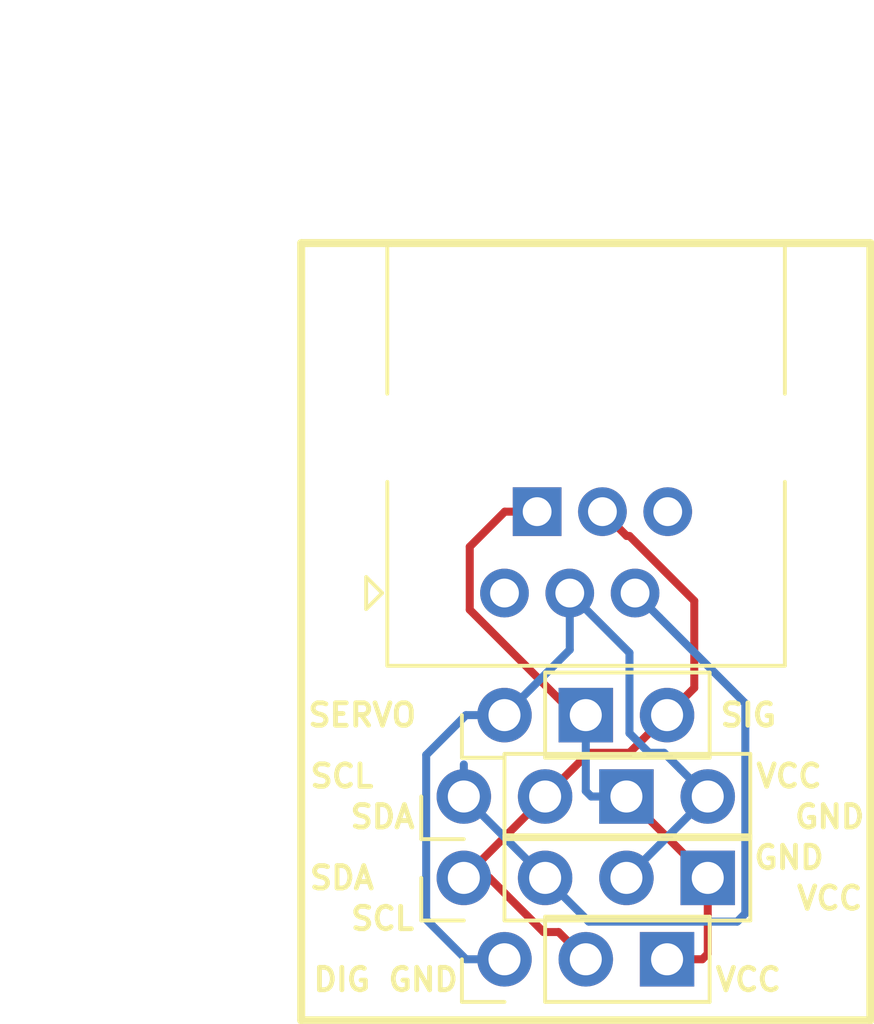
<source format=kicad_pcb>
(kicad_pcb (version 20171130) (host pcbnew 5.1.5+dfsg1-2build2)

  (general
    (thickness 1.6)
    (drawings 19)
    (tracks 48)
    (zones 0)
    (modules 5)
    (nets 5)
  )

  (page A4)
  (layers
    (0 F.Cu signal)
    (31 B.Cu signal)
    (32 B.Adhes user)
    (33 F.Adhes user)
    (34 B.Paste user)
    (35 F.Paste user)
    (36 B.SilkS user)
    (37 F.SilkS user)
    (38 B.Mask user)
    (39 F.Mask user)
    (40 Dwgs.User user)
    (41 Cmts.User user)
    (42 Eco1.User user)
    (43 Eco2.User user)
    (44 Edge.Cuts user)
    (45 Margin user)
    (46 B.CrtYd user)
    (47 F.CrtYd user)
    (48 B.Fab user)
    (49 F.Fab user hide)
  )

  (setup
    (last_trace_width 0.25)
    (trace_clearance 0.2)
    (zone_clearance 0.508)
    (zone_45_only no)
    (trace_min 0.2)
    (via_size 0.8)
    (via_drill 0.4)
    (via_min_size 0.4)
    (via_min_drill 0.3)
    (uvia_size 0.3)
    (uvia_drill 0.1)
    (uvias_allowed no)
    (uvia_min_size 0.2)
    (uvia_min_drill 0.1)
    (edge_width 0.05)
    (segment_width 0.2)
    (pcb_text_width 0.3)
    (pcb_text_size 1.5 1.5)
    (mod_edge_width 0.12)
    (mod_text_size 1 1)
    (mod_text_width 0.15)
    (pad_size 1.7 1.7)
    (pad_drill 1)
    (pad_to_mask_clearance 0.051)
    (solder_mask_min_width 0.25)
    (aux_axis_origin 0 0)
    (visible_elements FFFFFF7F)
    (pcbplotparams
      (layerselection 0x010fc_ffffffff)
      (usegerberextensions false)
      (usegerberattributes false)
      (usegerberadvancedattributes false)
      (creategerberjobfile false)
      (excludeedgelayer true)
      (linewidth 0.100000)
      (plotframeref false)
      (viasonmask false)
      (mode 1)
      (useauxorigin false)
      (hpglpennumber 1)
      (hpglpenspeed 20)
      (hpglpendiameter 15.000000)
      (psnegative false)
      (psa4output false)
      (plotreference true)
      (plotvalue true)
      (plotinvisibletext false)
      (padsonsilk false)
      (subtractmaskfromsilk false)
      (outputformat 1)
      (mirror false)
      (drillshape 0)
      (scaleselection 1)
      (outputdirectory ""))
  )

  (net 0 "")
  (net 1 /D0)
  (net 2 /A0)
  (net 3 /GND)
  (net 4 /VCC)

  (net_class Default "Esta es la clase de red por defecto."
    (clearance 0.2)
    (trace_width 0.25)
    (via_dia 0.8)
    (via_drill 0.4)
    (uvia_dia 0.3)
    (uvia_drill 0.1)
    (add_net /A0)
    (add_net /D0)
    (add_net /GND)
    (add_net /VCC)
  )

  (module Connector_RJ:RJ25_Wayconn_MJEA-660X1_Horizontal (layer F.Cu) (tedit 5F5A5C03) (tstamp 5F581B7E)
    (at 115.57 95.25 180)
    (descr "RJ25 6P6C Socket 90 degrees, https://wayconn.com/wp-content/themes/way/datasheet/MJEA-660X1XXX_RJ25_6P6C_PCB_RA.pdf")
    (tags "RJ12 RJ18 RJ25 jack connector 6P6C")
    (path /5F610ACD)
    (fp_text reference J1 (at -6.985 -3.175) (layer F.SilkS) hide
      (effects (font (size 1 1) (thickness 0.15)))
    )
    (fp_text value RJ9 (at -2.55 12.315) (layer F.Fab)
      (effects (font (size 1 1) (thickness 0.15)))
    )
    (fp_line (start 4.32 -0.5) (end 4.32 0.5) (layer F.SilkS) (width 0.12))
    (fp_line (start 4.32 -0.5) (end 3.82 0) (layer F.SilkS) (width 0.12))
    (fp_line (start 3.82 0) (end 4.32 0.5) (layer F.SilkS) (width 0.12))
    (fp_line (start 3.05 0) (end 3.55 0.5) (layer F.Fab) (width 0.1))
    (fp_line (start 3.55 -0.5) (end 3.05 0) (layer F.Fab) (width 0.1))
    (fp_line (start 3.55 -2.16) (end 3.55 -0.5) (layer F.Fab) (width 0.1))
    (fp_line (start 3.55 0.5) (end 3.55 3.47) (layer F.Fab) (width 0.1))
    (fp_line (start -8.65 -2.16) (end 3.55 -2.16) (layer F.Fab) (width 0.1))
    (fp_line (start -8.65 6.22) (end -8.65 10.84) (layer F.Fab) (width 0.1))
    (fp_line (start 3.55 6.22) (end 3.55 10.84) (layer F.Fab) (width 0.1))
    (fp_line (start -8.65 10.84) (end 3.55 10.84) (layer F.Fab) (width 0.1))
    (fp_line (start -8.65 -2.16) (end -8.65 3.47) (layer F.Fab) (width 0.1))
    (fp_text user %R (at -2.55 4.445) (layer F.Fab)
      (effects (font (size 1 1) (thickness 0.15)))
    )
    (fp_line (start 5.1 11.34) (end -10.2 11.34) (layer F.CrtYd) (width 0.05))
    (fp_line (start 5.1 11.34) (end 5.1 -2.66) (layer F.CrtYd) (width 0.05))
    (fp_line (start -10.2 -2.66) (end -10.2 11.34) (layer F.CrtYd) (width 0.05))
    (fp_line (start -10.2 -2.66) (end 5.1 -2.66) (layer F.CrtYd) (width 0.05))
    (fp_line (start 3.66 6.22) (end 3.66 10.95) (layer F.SilkS) (width 0.12))
    (fp_line (start -8.76 6.22) (end -8.76 10.95) (layer F.SilkS) (width 0.12))
    (fp_line (start -8.76 -2.27) (end 3.66 -2.27) (layer F.SilkS) (width 0.12))
    (fp_line (start -8.76 10.95) (end 3.66 10.95) (layer F.SilkS) (width 0.12))
    (fp_line (start 3.66 -2.27) (end 3.66 3.47) (layer F.SilkS) (width 0.12))
    (fp_line (start -8.76 -2.27) (end -8.76 3.47) (layer F.SilkS) (width 0.12))
    (pad "" np_thru_hole circle (at -8.55 4.84 180) (size 2.3 2.3) (drill 2.3) (layers *.Cu *.Mask))
    (pad "" np_thru_hole circle (at 3.45 4.84 180) (size 2.3 2.3) (drill 2.3) (layers *.Cu *.Mask))
    (pad 6 thru_hole circle (at -5.1 2.54 180) (size 1.52 1.52) (drill 0.9) (layers *.Cu *.Mask))
    (pad 5 thru_hole circle (at -4.08 0 180) (size 1.52 1.52) (drill 0.9) (layers *.Cu *.Mask)
      (net 2 /A0))
    (pad 4 thru_hole circle (at -3.06 2.54 180) (size 1.52 1.52) (drill 0.9) (layers *.Cu *.Mask)
      (net 1 /D0))
    (pad 3 thru_hole circle (at -2.04 0 180) (size 1.52 1.52) (drill 0.9) (layers *.Cu *.Mask)
      (net 3 /GND))
    (pad 2 thru_hole rect (at -1.02 2.54 180) (size 1.52 1.52) (drill 0.9) (layers *.Cu *.Mask)
      (net 4 /VCC))
    (pad 1 thru_hole oval (at 0 0 180) (size 1.52 1.52) (drill 0.9) (layers *.Cu *.Mask))
    (model ${KISYS3DMOD}/Connector_RJ.3dshapes/RJ25_Wayconn_MJEA-660X1_Horizontal.wrl
      (at (xyz 0 0 0))
      (scale (xyz 1 1 1))
      (rotate (xyz 0 0 0))
    )
  )

  (module Connector_PinHeader_2.54mm:PinHeader_1x03_P2.54mm_Vertical (layer F.Cu) (tedit 5F5A5C25) (tstamp 5F5A5FCE)
    (at 115.57 106.68 90)
    (descr "Through hole straight pin header, 1x03, 2.54mm pitch, single row")
    (tags "Through hole pin header THT 1x03 2.54mm single row")
    (path /5F5B3CE9)
    (fp_text reference J5 (at 0 -2.33 90) (layer F.SilkS) hide
      (effects (font (size 1 1) (thickness 0.15)))
    )
    (fp_text value Digital (at 0 7.41 90) (layer F.Fab)
      (effects (font (size 1 1) (thickness 0.15)))
    )
    (fp_text user %R (at 0 2.54) (layer F.Fab)
      (effects (font (size 1 1) (thickness 0.15)))
    )
    (fp_line (start 1.8 -1.8) (end -1.8 -1.8) (layer F.CrtYd) (width 0.05))
    (fp_line (start 1.8 6.85) (end 1.8 -1.8) (layer F.CrtYd) (width 0.05))
    (fp_line (start -1.8 6.85) (end 1.8 6.85) (layer F.CrtYd) (width 0.05))
    (fp_line (start -1.8 -1.8) (end -1.8 6.85) (layer F.CrtYd) (width 0.05))
    (fp_line (start -1.33 -1.33) (end 0 -1.33) (layer F.SilkS) (width 0.12))
    (fp_line (start -1.33 0) (end -1.33 -1.33) (layer F.SilkS) (width 0.12))
    (fp_line (start -1.33 1.27) (end 1.33 1.27) (layer F.SilkS) (width 0.12))
    (fp_line (start 1.33 1.27) (end 1.33 6.41) (layer F.SilkS) (width 0.12))
    (fp_line (start -1.33 1.27) (end -1.33 6.41) (layer F.SilkS) (width 0.12))
    (fp_line (start -1.33 6.41) (end 1.33 6.41) (layer F.SilkS) (width 0.12))
    (fp_line (start -1.27 -0.635) (end -0.635 -1.27) (layer F.Fab) (width 0.1))
    (fp_line (start -1.27 6.35) (end -1.27 -0.635) (layer F.Fab) (width 0.1))
    (fp_line (start 1.27 6.35) (end -1.27 6.35) (layer F.Fab) (width 0.1))
    (fp_line (start 1.27 -1.27) (end 1.27 6.35) (layer F.Fab) (width 0.1))
    (fp_line (start -0.635 -1.27) (end 1.27 -1.27) (layer F.Fab) (width 0.1))
    (pad 3 thru_hole rect (at 0 5.08 90) (size 1.7 1.7) (drill 1) (layers *.Cu *.Mask)
      (net 4 /VCC))
    (pad 2 thru_hole oval (at 0 2.54 90) (size 1.7 1.7) (drill 1) (layers *.Cu *.Mask)
      (net 1 /D0))
    (pad 1 thru_hole oval (at 0 0 90) (size 1.7 1.7) (drill 1) (layers *.Cu *.Mask)
      (net 3 /GND))
    (model ${KISYS3DMOD}/Connector_PinHeader_2.54mm.3dshapes/PinHeader_1x03_P2.54mm_Vertical.wrl
      (at (xyz 0 0 0))
      (scale (xyz 1 1 1))
      (rotate (xyz 0 0 0))
    )
  )

  (module Connector_PinHeader_2.54mm:PinHeader_1x03_P2.54mm_Vertical (layer F.Cu) (tedit 5F5A5C31) (tstamp 5F5A5FB7)
    (at 115.57 99.06 90)
    (descr "Through hole straight pin header, 1x03, 2.54mm pitch, single row")
    (tags "Through hole pin header THT 1x03 2.54mm single row")
    (path /5F5B378D)
    (fp_text reference J4 (at 0 -2.33 90) (layer F.SilkS) hide
      (effects (font (size 1 1) (thickness 0.15)))
    )
    (fp_text value Servo (at 0 7.41 90) (layer F.Fab)
      (effects (font (size 1 1) (thickness 0.15)))
    )
    (fp_text user %R (at 0 2.54) (layer F.Fab)
      (effects (font (size 1 1) (thickness 0.15)))
    )
    (fp_line (start 1.8 -1.8) (end -1.8 -1.8) (layer F.CrtYd) (width 0.05))
    (fp_line (start 1.8 6.85) (end 1.8 -1.8) (layer F.CrtYd) (width 0.05))
    (fp_line (start -1.8 6.85) (end 1.8 6.85) (layer F.CrtYd) (width 0.05))
    (fp_line (start -1.8 -1.8) (end -1.8 6.85) (layer F.CrtYd) (width 0.05))
    (fp_line (start -1.33 -1.33) (end 0 -1.33) (layer F.SilkS) (width 0.12))
    (fp_line (start -1.33 0) (end -1.33 -1.33) (layer F.SilkS) (width 0.12))
    (fp_line (start -1.33 1.27) (end 1.33 1.27) (layer F.SilkS) (width 0.12))
    (fp_line (start 1.33 1.27) (end 1.33 6.41) (layer F.SilkS) (width 0.12))
    (fp_line (start -1.33 1.27) (end -1.33 6.41) (layer F.SilkS) (width 0.12))
    (fp_line (start -1.33 6.41) (end 1.33 6.41) (layer F.SilkS) (width 0.12))
    (fp_line (start -1.27 -0.635) (end -0.635 -1.27) (layer F.Fab) (width 0.1))
    (fp_line (start -1.27 6.35) (end -1.27 -0.635) (layer F.Fab) (width 0.1))
    (fp_line (start 1.27 6.35) (end -1.27 6.35) (layer F.Fab) (width 0.1))
    (fp_line (start 1.27 -1.27) (end 1.27 6.35) (layer F.Fab) (width 0.1))
    (fp_line (start -0.635 -1.27) (end 1.27 -1.27) (layer F.Fab) (width 0.1))
    (pad 3 thru_hole oval (at 0 5.08 90) (size 1.7 1.7) (drill 1) (layers *.Cu *.Mask)
      (net 1 /D0))
    (pad 2 thru_hole rect (at 0 2.54 90) (size 1.7 1.7) (drill 1) (layers *.Cu *.Mask)
      (net 4 /VCC))
    (pad 1 thru_hole oval (at 0 0 90) (size 1.7 1.7) (drill 1) (layers *.Cu *.Mask)
      (net 3 /GND))
    (model ${KISYS3DMOD}/Connector_PinHeader_2.54mm.3dshapes/PinHeader_1x03_P2.54mm_Vertical.wrl
      (at (xyz 0 0 0))
      (scale (xyz 1 1 1))
      (rotate (xyz 0 0 0))
    )
  )

  (module Connector_PinHeader_2.54mm:PinHeader_1x04_P2.54mm_Vertical (layer F.Cu) (tedit 5F5A5C1B) (tstamp 5F58273A)
    (at 114.3 104.14 90)
    (descr "Through hole straight pin header, 1x04, 2.54mm pitch, single row")
    (tags "Through hole pin header THT 1x04 2.54mm single row")
    (path /5F611EE7)
    (fp_text reference J2 (at 0 -2.33 90) (layer F.SilkS) hide
      (effects (font (size 1 1) (thickness 0.15)))
    )
    (fp_text value Conn_01x04 (at 0 9.95 90) (layer F.Fab)
      (effects (font (size 1 1) (thickness 0.15)))
    )
    (fp_text user %R (at 0 3.81) (layer F.Fab)
      (effects (font (size 1 1) (thickness 0.15)))
    )
    (fp_line (start 1.8 -1.8) (end -1.8 -1.8) (layer F.CrtYd) (width 0.05))
    (fp_line (start 1.8 9.4) (end 1.8 -1.8) (layer F.CrtYd) (width 0.05))
    (fp_line (start -1.8 9.4) (end 1.8 9.4) (layer F.CrtYd) (width 0.05))
    (fp_line (start -1.8 -1.8) (end -1.8 9.4) (layer F.CrtYd) (width 0.05))
    (fp_line (start -1.33 -1.33) (end 0 -1.33) (layer F.SilkS) (width 0.12))
    (fp_line (start -1.33 0) (end -1.33 -1.33) (layer F.SilkS) (width 0.12))
    (fp_line (start -1.33 1.27) (end 1.33 1.27) (layer F.SilkS) (width 0.12))
    (fp_line (start 1.33 1.27) (end 1.33 8.95) (layer F.SilkS) (width 0.12))
    (fp_line (start -1.33 1.27) (end -1.33 8.95) (layer F.SilkS) (width 0.12))
    (fp_line (start -1.33 8.95) (end 1.33 8.95) (layer F.SilkS) (width 0.12))
    (fp_line (start -1.27 -0.635) (end -0.635 -1.27) (layer F.Fab) (width 0.1))
    (fp_line (start -1.27 8.89) (end -1.27 -0.635) (layer F.Fab) (width 0.1))
    (fp_line (start 1.27 8.89) (end -1.27 8.89) (layer F.Fab) (width 0.1))
    (fp_line (start 1.27 -1.27) (end 1.27 8.89) (layer F.Fab) (width 0.1))
    (fp_line (start -0.635 -1.27) (end 1.27 -1.27) (layer F.Fab) (width 0.1))
    (pad 4 thru_hole rect (at 0 7.62 90) (size 1.7 1.7) (drill 1) (layers *.Cu *.Mask)
      (net 4 /VCC))
    (pad 3 thru_hole oval (at 0 5.08 90) (size 1.7 1.7) (drill 1) (layers *.Cu *.Mask)
      (net 3 /GND))
    (pad 2 thru_hole oval (at 0 2.54 90) (size 1.7 1.7) (drill 1) (layers *.Cu *.Mask)
      (net 2 /A0))
    (pad 1 thru_hole circle (at 0 0 90) (size 1.7 1.7) (drill 1) (layers *.Cu *.Mask)
      (net 1 /D0))
    (model ${KISYS3DMOD}/Connector_PinHeader_2.54mm.3dshapes/PinHeader_1x04_P2.54mm_Vertical.wrl
      (at (xyz 0 0 0))
      (scale (xyz 1 1 1))
      (rotate (xyz 0 0 0))
    )
  )

  (module Connector_PinHeader_2.54mm:PinHeader_1x04_P2.54mm_Vertical (layer F.Cu) (tedit 5F5A5C13) (tstamp 5F582A1F)
    (at 114.3 101.6 90)
    (descr "Through hole straight pin header, 1x04, 2.54mm pitch, single row")
    (tags "Through hole pin header THT 1x04 2.54mm single row")
    (path /5F618156)
    (fp_text reference J3 (at 0 -2.33 90) (layer F.SilkS) hide
      (effects (font (size 1 1) (thickness 0.15)))
    )
    (fp_text value Conn_01x04 (at 0 9.95 90) (layer F.Fab)
      (effects (font (size 1 1) (thickness 0.15)))
    )
    (fp_text user %R (at 0 3.81) (layer F.Fab)
      (effects (font (size 1 1) (thickness 0.15)))
    )
    (fp_line (start 1.8 -1.8) (end -1.8 -1.8) (layer F.CrtYd) (width 0.05))
    (fp_line (start 1.8 9.4) (end 1.8 -1.8) (layer F.CrtYd) (width 0.05))
    (fp_line (start -1.8 9.4) (end 1.8 9.4) (layer F.CrtYd) (width 0.05))
    (fp_line (start -1.8 -1.8) (end -1.8 9.4) (layer F.CrtYd) (width 0.05))
    (fp_line (start -1.33 -1.33) (end 0 -1.33) (layer F.SilkS) (width 0.12))
    (fp_line (start -1.33 0) (end -1.33 -1.33) (layer F.SilkS) (width 0.12))
    (fp_line (start -1.33 1.27) (end 1.33 1.27) (layer F.SilkS) (width 0.12))
    (fp_line (start 1.33 1.27) (end 1.33 8.95) (layer F.SilkS) (width 0.12))
    (fp_line (start -1.33 1.27) (end -1.33 8.95) (layer F.SilkS) (width 0.12))
    (fp_line (start -1.33 8.95) (end 1.33 8.95) (layer F.SilkS) (width 0.12))
    (fp_line (start -1.27 -0.635) (end -0.635 -1.27) (layer F.Fab) (width 0.1))
    (fp_line (start -1.27 8.89) (end -1.27 -0.635) (layer F.Fab) (width 0.1))
    (fp_line (start 1.27 8.89) (end -1.27 8.89) (layer F.Fab) (width 0.1))
    (fp_line (start 1.27 -1.27) (end 1.27 8.89) (layer F.Fab) (width 0.1))
    (fp_line (start -0.635 -1.27) (end 1.27 -1.27) (layer F.Fab) (width 0.1))
    (pad 4 thru_hole oval (at 0 7.62 90) (size 1.7 1.7) (drill 1) (layers *.Cu *.Mask)
      (net 3 /GND))
    (pad 3 thru_hole rect (at 0 5.08 90) (size 1.7 1.7) (drill 1) (layers *.Cu *.Mask)
      (net 4 /VCC))
    (pad 2 thru_hole oval (at 0 2.54 90) (size 1.7 1.7) (drill 1) (layers *.Cu *.Mask)
      (net 1 /D0))
    (pad 1 thru_hole circle (at 0 0 90) (size 1.7 1.7) (drill 1) (layers *.Cu *.Mask)
      (net 2 /A0))
    (model ${KISYS3DMOD}/Connector_PinHeader_2.54mm.3dshapes/PinHeader_1x04_P2.54mm_Vertical.wrl
      (at (xyz 0 0 0))
      (scale (xyz 1 1 1))
      (rotate (xyz 0 0 0))
    )
  )

  (gr_text DIG (at 110.49 107.315) (layer F.SilkS) (tstamp 5F5A635F)
    (effects (font (size 0.7 0.7) (thickness 0.15)))
  )
  (gr_text SERVO (at 111.125 99.06) (layer F.SilkS) (tstamp 5F5A635B)
    (effects (font (size 0.7 0.7) (thickness 0.15)))
  )
  (gr_text SIG (at 123.19 99.06) (layer F.SilkS) (tstamp 5F5A6356)
    (effects (font (size 0.7 0.7) (thickness 0.15)))
  )
  (gr_text VCC (at 123.19 107.315) (layer F.SilkS) (tstamp 5F5A6353)
    (effects (font (size 0.7 0.7) (thickness 0.15)))
  )
  (gr_text GND (at 113.03 107.315) (layer F.SilkS) (tstamp 5F5A6350)
    (effects (font (size 0.7 0.7) (thickness 0.15)))
  )
  (gr_text SCL (at 110.49 100.965) (layer F.SilkS) (tstamp 5F583E90)
    (effects (font (size 0.7 0.7) (thickness 0.15)))
  )
  (gr_text SDA (at 111.76 102.235) (layer F.SilkS) (tstamp 5F583E8C)
    (effects (font (size 0.7 0.7) (thickness 0.15)))
  )
  (dimension 17.78 (width 0.15) (layer Dwgs.User)
    (gr_text "17,780 mm" (at 118.11 77.44) (layer Dwgs.User)
      (effects (font (size 1 1) (thickness 0.15)))
    )
    (feature1 (pts (xy 127 81.28) (xy 127 78.153579)))
    (feature2 (pts (xy 109.22 81.28) (xy 109.22 78.153579)))
    (crossbar (pts (xy 109.22 78.74) (xy 127 78.74)))
    (arrow1a (pts (xy 127 78.74) (xy 125.873496 79.326421)))
    (arrow1b (pts (xy 127 78.74) (xy 125.873496 78.153579)))
    (arrow2a (pts (xy 109.22 78.74) (xy 110.346504 79.326421)))
    (arrow2b (pts (xy 109.22 78.74) (xy 110.346504 78.153579)))
  )
  (dimension 24.765 (width 0.15) (layer Dwgs.User)
    (gr_text "24,765 mm" (at 106.075 96.2025 270) (layer Dwgs.User)
      (effects (font (size 1 1) (thickness 0.15)))
    )
    (feature1 (pts (xy 103.355097 108.585) (xy 105.361421 108.585)))
    (feature2 (pts (xy 103.355097 83.82) (xy 105.361421 83.82)))
    (crossbar (pts (xy 104.775 83.82) (xy 104.775 108.585)))
    (arrow1a (pts (xy 104.775 108.585) (xy 104.188579 107.458496)))
    (arrow1b (pts (xy 104.775 108.585) (xy 105.361421 107.458496)))
    (arrow2a (pts (xy 104.775 83.82) (xy 104.188579 84.946504)))
    (arrow2b (pts (xy 104.775 83.82) (xy 105.361421 84.946504)))
  )
  (gr_text GND (at 125.73 102.235) (layer F.SilkS) (tstamp 5F582892)
    (effects (font (size 0.7 0.7) (thickness 0.15)))
  )
  (gr_text VCC (at 124.46 100.965) (layer F.SilkS) (tstamp 5F582890)
    (effects (font (size 0.7 0.7) (thickness 0.15)))
  )
  (gr_text VCC (at 125.73 104.775) (layer F.SilkS) (tstamp 5F582888)
    (effects (font (size 0.7 0.7) (thickness 0.15)))
  )
  (gr_text GND (at 124.46 103.505) (layer F.SilkS) (tstamp 5F582886)
    (effects (font (size 0.7 0.7) (thickness 0.15)))
  )
  (gr_text SDA (at 110.49 104.14) (layer F.SilkS) (tstamp 5F582884)
    (effects (font (size 0.7 0.7) (thickness 0.15)))
  )
  (gr_text SCL (at 111.76 105.41) (layer F.SilkS) (tstamp 5F58286C)
    (effects (font (size 0.7 0.7) (thickness 0.15)))
  )
  (gr_line (start 127 84.328) (end 109.22 84.328) (layer F.SilkS) (width 0.25) (tstamp 5F5824A1))
  (gr_line (start 127 108.585) (end 127 84.328) (layer F.SilkS) (width 0.25))
  (gr_line (start 109.22 108.585) (end 127 108.585) (layer F.SilkS) (width 0.25))
  (gr_line (start 109.22 84.328) (end 109.22 108.585) (layer F.SilkS) (width 0.25))

  (segment (start 114.3 104.14) (end 116.84 101.6) (width 0.25) (layer F.Cu) (net 1))
  (segment (start 119.800001 99.909999) (end 120.65 99.06) (width 0.25) (layer F.Cu) (net 1))
  (segment (start 119.474999 100.235001) (end 119.800001 99.909999) (width 0.25) (layer F.Cu) (net 1))
  (segment (start 118.204999 100.235001) (end 119.474999 100.235001) (width 0.25) (layer F.Cu) (net 1))
  (segment (start 116.84 101.6) (end 118.204999 100.235001) (width 0.25) (layer F.Cu) (net 1))
  (segment (start 119.475801 93.469999) (end 119.389999 93.469999) (width 0.25) (layer F.Cu) (net 1))
  (segment (start 121.499999 95.494197) (end 119.475801 93.469999) (width 0.25) (layer F.Cu) (net 1))
  (segment (start 121.499999 98.210001) (end 121.499999 95.494197) (width 0.25) (layer F.Cu) (net 1))
  (segment (start 119.389999 93.469999) (end 118.63 92.71) (width 0.25) (layer F.Cu) (net 1))
  (segment (start 120.65 99.06) (end 121.499999 98.210001) (width 0.25) (layer F.Cu) (net 1))
  (segment (start 117.260001 105.830001) (end 118.11 106.68) (width 0.25) (layer F.Cu) (net 1))
  (segment (start 116.790999 105.830001) (end 117.260001 105.830001) (width 0.25) (layer F.Cu) (net 1))
  (segment (start 115.100998 104.14) (end 116.790999 105.830001) (width 0.25) (layer F.Cu) (net 1))
  (segment (start 114.3 104.14) (end 115.100998 104.14) (width 0.25) (layer F.Cu) (net 1))
  (segment (start 114.3 100.6) (end 114.3 101.6) (width 0.25) (layer B.Cu) (net 2))
  (segment (start 114.3 101.6) (end 116.84 104.14) (width 0.25) (layer B.Cu) (net 2))
  (segment (start 123.095001 98.695001) (end 120.409999 96.009999) (width 0.25) (layer B.Cu) (net 2))
  (segment (start 123.095001 105.250001) (end 123.095001 98.695001) (width 0.25) (layer B.Cu) (net 2))
  (segment (start 120.409999 96.009999) (end 119.65 95.25) (width 0.25) (layer B.Cu) (net 2))
  (segment (start 122.840003 105.504999) (end 123.095001 105.250001) (width 0.25) (layer B.Cu) (net 2))
  (segment (start 118.204999 105.504999) (end 122.840003 105.504999) (width 0.25) (layer B.Cu) (net 2))
  (segment (start 116.84 104.14) (end 118.204999 105.504999) (width 0.25) (layer B.Cu) (net 2))
  (segment (start 121.070001 100.750001) (end 121.92 101.6) (width 0.25) (layer B.Cu) (net 3))
  (segment (start 120.555001 100.235001) (end 121.070001 100.750001) (width 0.25) (layer B.Cu) (net 3))
  (segment (start 120.085999 100.235001) (end 120.555001 100.235001) (width 0.25) (layer B.Cu) (net 3))
  (segment (start 119.474999 99.624001) (end 120.085999 100.235001) (width 0.25) (layer B.Cu) (net 3))
  (segment (start 119.474999 97.114999) (end 119.474999 99.624001) (width 0.25) (layer B.Cu) (net 3))
  (segment (start 117.61 95.25) (end 119.474999 97.114999) (width 0.25) (layer B.Cu) (net 3))
  (segment (start 121.92 101.6) (end 119.38 104.14) (width 0.25) (layer B.Cu) (net 3))
  (segment (start 117.61 97.02) (end 115.57 99.06) (width 0.25) (layer B.Cu) (net 3))
  (segment (start 117.61 95.25) (end 117.61 97.02) (width 0.25) (layer B.Cu) (net 3))
  (segment (start 114.367919 106.68) (end 115.57 106.68) (width 0.25) (layer B.Cu) (net 3))
  (segment (start 113.124999 105.43708) (end 114.367919 106.68) (width 0.25) (layer B.Cu) (net 3))
  (segment (start 114.367919 99.06) (end 113.124999 100.30292) (width 0.25) (layer B.Cu) (net 3))
  (segment (start 113.124999 100.30292) (end 113.124999 105.43708) (width 0.25) (layer B.Cu) (net 3))
  (segment (start 115.57 99.06) (end 114.367919 99.06) (width 0.25) (layer B.Cu) (net 3))
  (segment (start 119.38 101.6) (end 121.92 104.14) (width 0.25) (layer F.Cu) (net 4))
  (segment (start 117.774198 99.06) (end 118.11 99.06) (width 0.25) (layer F.Cu) (net 4))
  (segment (start 114.484999 93.805001) (end 114.484999 95.770801) (width 0.25) (layer F.Cu) (net 4))
  (segment (start 114.484999 95.770801) (end 117.774198 99.06) (width 0.25) (layer F.Cu) (net 4))
  (segment (start 115.58 92.71) (end 114.484999 93.805001) (width 0.25) (layer F.Cu) (net 4))
  (segment (start 116.59 92.71) (end 115.58 92.71) (width 0.25) (layer F.Cu) (net 4))
  (segment (start 121.75 106.68) (end 120.65 106.68) (width 0.25) (layer F.Cu) (net 4))
  (segment (start 121.92 106.51) (end 121.75 106.68) (width 0.25) (layer F.Cu) (net 4))
  (segment (start 121.92 104.14) (end 121.92 106.51) (width 0.25) (layer F.Cu) (net 4))
  (segment (start 118.28 101.6) (end 119.38 101.6) (width 0.25) (layer B.Cu) (net 4))
  (segment (start 118.11 101.43) (end 118.28 101.6) (width 0.25) (layer B.Cu) (net 4))
  (segment (start 118.11 99.06) (end 118.11 101.43) (width 0.25) (layer B.Cu) (net 4))

)

</source>
